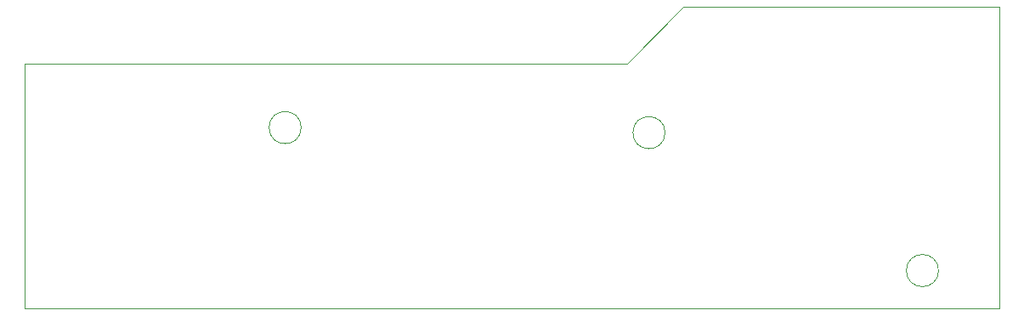
<source format=gbr>
%TF.GenerationSoftware,KiCad,Pcbnew,8.0.8*%
%TF.CreationDate,2025-06-04T22:45:30+02:00*%
%TF.ProjectId,KeyswitchCarrierMk3,4b657973-7769-4746-9368-436172726965,rev?*%
%TF.SameCoordinates,Original*%
%TF.FileFunction,Profile,NP*%
%FSLAX46Y46*%
G04 Gerber Fmt 4.6, Leading zero omitted, Abs format (unit mm)*
G04 Created by KiCad (PCBNEW 8.0.8) date 2025-06-04 22:45:30*
%MOMM*%
%LPD*%
G01*
G04 APERTURE LIST*
%TA.AperFunction,Profile*%
%ADD10C,0.050000*%
%TD*%
G04 APERTURE END LIST*
D10*
X96300000Y-64100000D02*
X156300000Y-64100000D01*
X123850781Y-70500000D02*
G75*
G02*
X120649219Y-70500000I-1600781J0D01*
G01*
X120649219Y-70500000D02*
G75*
G02*
X123850781Y-70500000I1600781J0D01*
G01*
X156300000Y-64100000D02*
X161921492Y-58500000D01*
X187350781Y-84750000D02*
G75*
G02*
X184149219Y-84750000I-1600781J0D01*
G01*
X184149219Y-84750000D02*
G75*
G02*
X187350781Y-84750000I1600781J0D01*
G01*
X96300000Y-88500000D02*
X96300000Y-64100000D01*
X160100781Y-71000000D02*
G75*
G02*
X156899219Y-71000000I-1600781J0D01*
G01*
X156899219Y-71000000D02*
G75*
G02*
X160100781Y-71000000I1600781J0D01*
G01*
X193450000Y-58500000D02*
X161921492Y-58500000D01*
X193450000Y-88500000D02*
X96300000Y-88500000D01*
X193450000Y-88500000D02*
X193450000Y-58500000D01*
M02*

</source>
